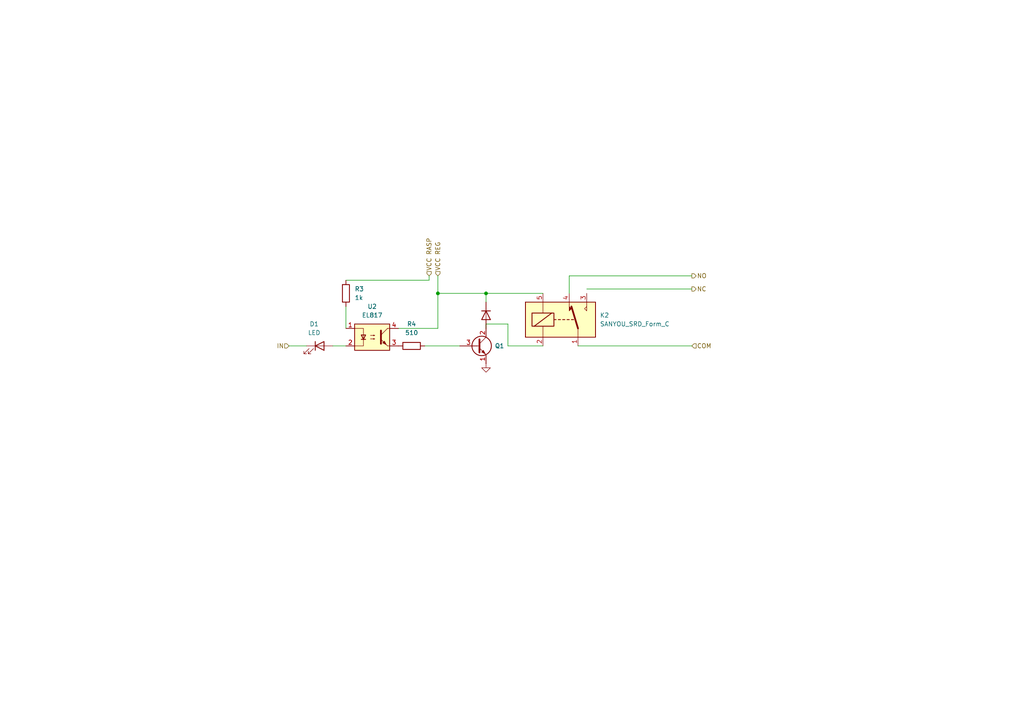
<source format=kicad_sch>
(kicad_sch (version 20231120) (generator "eeschema") (generator_version "8.0")
  (paper "A4")
  (lib_symbols
    (symbol "Device:LED" (pin_numbers hide) (pin_names (offset 1.016) hide)
      (property "Reference" "D" (at 0 2.54 0))
      (property "Value" "LED" (at 0 -2.54 0))
      (symbol "LED_0_1"
        (polyline (pts (xy -1.27 -1.27) (xy -1.27 1.27)) (stroke (width 0.254)))
        (polyline (pts (xy -1.27 0) (xy 1.27 0)))
        (polyline (pts (xy 1.27 -1.27) (xy 1.27 1.27) (xy -1.27 0) (xy 1.27 -1.27)) (stroke (width 0.254)))
        (polyline (pts (xy -3.048 -0.762) (xy -4.572 -2.286) (xy -3.81 -2.286) (xy -4.572 -2.286) (xy -4.572 -1.524)))
        (polyline (pts (xy -1.778 -0.762) (xy -3.302 -2.286) (xy -2.54 -2.286) (xy -3.302 -2.286) (xy -3.302 -1.524)))
      )
      (symbol "LED_1_1"
        (pin passive line (at -3.81 0 0) (length 2.54) (name "K") (number "1"))
        (pin passive line (at 3.81 0 180) (length 2.54) (name "A") (number "2"))
      )
    )
    (symbol "Device:R" (pin_numbers hide) (pin_names (offset 0))
      (property "Reference" "R" (at 2.032 0 90))
      (property "Value" "R" (at 0 0 90))
      (symbol "R_0_1"
        (rectangle (start -1.016 -2.54) (end 1.016 2.54) (stroke (width 0.254)))
      )
      (symbol "R_1_1"
        (pin passive line (at 0 3.81 270) (length 1.27) (name "~") (number "1"))
        (pin passive line (at 0 -3.81 90) (length 1.27) (name "~") (number "2"))
      )
    )
    (symbol "Diode:1N4148WT" (pin_numbers hide) (pin_names hide)
      (property "Reference" "D" (at 0 2.54 0))
      (property "Value" "1N4148WT" (at 0 -2.54 0))
      (symbol "1N4148WT_0_1"
        (polyline (pts (xy -1.27 1.27) (xy -1.27 -1.27)) (stroke (width 0.254)))
        (polyline (pts (xy 1.27 0) (xy -1.27 0)))
        (polyline (pts (xy 1.27 1.27) (xy 1.27 -1.27) (xy -1.27 0) (xy 1.27 1.27)) (stroke (width 0.254)))
      )
      (symbol "1N4148WT_1_1"
        (pin passive line (at -3.81 0 0) (length 2.54) (name "K") (number "1"))
        (pin passive line (at 3.81 0 180) (length 2.54) (name "A") (number "2"))
      )
    )
    (symbol "Isolator:EL817" (pin_names (offset 1.016))
      (property "Reference" "U" (at -5.08 5.08 0))
      (property "Value" "EL817" (at 0 5.08 0))
      (symbol "EL817_0_1"
        (rectangle (start -5.08 3.81) (end 5.08 -3.81) (stroke (width 0.254)) (fill (type background)))
        (polyline (pts (xy -3.175 -0.635) (xy -1.905 -0.635)) (stroke (width 0.254)))
        (polyline (pts (xy 2.54 0.635) (xy 4.445 2.54)))
        (polyline (pts (xy 4.445 -2.54) (xy 2.54 -0.635)) (fill (type outline)))
        (polyline (pts (xy 4.445 -2.54) (xy 5.08 -2.54)))
        (polyline (pts (xy 4.445 2.54) (xy 5.08 2.54)))
        (polyline (pts (xy -5.08 2.54) (xy -2.54 2.54) (xy -2.54 -0.635)))
        (polyline (pts (xy -2.54 -0.635) (xy -2.54 -2.54) (xy -5.08 -2.54)))
        (polyline (pts (xy 2.54 1.905) (xy 2.54 -1.905) (xy 2.54 -1.905)) (stroke (width 0.508)))
        (polyline (pts (xy -2.54 -0.635) (xy -3.175 0.635) (xy -1.905 0.635) (xy -2.54 -0.635)) (stroke (width 0.254)))
        (polyline (pts (xy -0.508 -0.508) (xy 0.762 -0.508) (xy 0.381 -0.635) (xy 0.381 -0.381) (xy 0.762 -0.508)))
        (polyline (pts (xy -0.508 0.508) (xy 0.762 0.508) (xy 0.381 0.381) (xy 0.381 0.635) (xy 0.762 0.508)))
        (polyline (pts (xy 3.048 -1.651) (xy 3.556 -1.143) (xy 4.064 -2.159) (xy 3.048 -1.651) (xy 3.048 -1.651)) (fill (type outline)))
      )
      (symbol "EL817_1_1"
        (pin passive line (at -7.62 2.54 0) (length 2.54) (name "~") (number "1"))
        (pin passive line (at -7.62 -2.54 0) (length 2.54) (name "~") (number "2"))
        (pin passive line (at 7.62 -2.54 180) (length 2.54) (name "~") (number "3"))
        (pin passive line (at 7.62 2.54 180) (length 2.54) (name "~") (number "4"))
      )
    )
    (symbol "Relay:SANYOU_SRD_Form_C"
      (property "Reference" "K" (at 11.43 3.81 0))
      (property "Value" "SANYOU_SRD_Form_C" (at 11.43 1.27 0))
      (symbol "SANYOU_SRD_Form_C_0_0"
        (polyline (pts (xy 7.62 5.08) (xy 7.62 2.54) (xy 6.985 3.175) (xy 7.62 3.81)))
      )
      (symbol "SANYOU_SRD_Form_C_0_1"
        (rectangle (start -10.16 5.08) (end 10.16 -5.08) (stroke (width 0.254)) (fill (type background)))
        (rectangle (start -8.255 1.905) (end -1.905 -1.905) (stroke (width 0.254)))
        (polyline (pts (xy -7.62 -1.905) (xy -2.54 1.905)) (stroke (width 0.254)))
        (polyline (pts (xy -5.08 -5.08) (xy -5.08 -1.905)))
        (polyline (pts (xy -5.08 5.08) (xy -5.08 1.905)))
        (polyline (pts (xy -1.905 0) (xy -1.27 0)) (stroke (width 0.254)))
        (polyline (pts (xy -0.635 0) (xy 0 0)) (stroke (width 0.254)))
        (polyline (pts (xy 0.635 0) (xy 1.27 0)) (stroke (width 0.254)))
        (polyline (pts (xy 1.905 0) (xy 2.54 0)) (stroke (width 0.254)))
        (polyline (pts (xy 3.175 0) (xy 3.81 0)) (stroke (width 0.254)))
        (polyline (pts (xy 5.08 -2.54) (xy 3.175 3.81)) (stroke (width 0.508)))
        (polyline (pts (xy 5.08 -2.54) (xy 5.08 -5.08)))
      )
      (symbol "SANYOU_SRD_Form_C_1_1"
        (polyline (pts (xy 2.54 3.81) (xy 3.175 3.175) (xy 2.54 2.54) (xy 2.54 5.08)) (fill (type outline)))
        (pin passive line (at 5.08 -7.62 90) (length 2.54) (name "~") (number "1"))
        (pin passive line (at -5.08 -7.62 90) (length 2.54) (name "~") (number "2"))
        (pin passive line (at 7.62 7.62 270) (length 2.54) (name "~") (number "3"))
        (pin passive line (at 2.54 7.62 270) (length 2.54) (name "~") (number "4"))
        (pin passive line (at -5.08 7.62 270) (length 2.54) (name "~") (number "5"))
      )
    )
    (symbol "Transistor_BJT:BF457" (pin_names (offset 0) hide)
      (property "Reference" "Q" (at 5.08 1.905 0))
      (property "Value" "BF457" (at 5.08 0 0))
      (symbol "BF457_0_1"
        (polyline (pts (xy 0 0) (xy 0.635 0)))
        (polyline (pts (xy 0.635 0.635) (xy 2.54 2.54)))
        (polyline (pts (xy 0.635 -0.635) (xy 2.54 -2.54) (xy 2.54 -2.54)))
        (polyline (pts (xy 0.635 1.905) (xy 0.635 -1.905) (xy 0.635 -1.905)) (stroke (width 0.508)))
        (polyline (pts (xy 1.27 -1.778) (xy 1.778 -1.27) (xy 2.286 -2.286) (xy 1.27 -1.778) (xy 1.27 -1.778)) (fill (type outline)))
        (circle (center 1.27 0) (radius 2.8194) (stroke (width 0.254)))
      )
      (symbol "BF457_1_1"
        (pin passive line (at 2.54 -5.08 90) (length 2.54) (name "E") (number "1"))
        (pin passive line (at 2.54 5.08 270) (length 2.54) (name "C") (number "2"))
        (pin input line (at -5.08 0 0) (length 5.08) (name "B") (number "3"))
      )
    )
    (symbol "power:GND" (power) (pin_numbers hide) (pin_names (offset 0) hide)
      (property "Value" "GND" (at 0 -3.81 0))
      (symbol "GND_0_1"
        (polyline (pts (xy 0 0) (xy 0 -1.27) (xy 1.27 -1.27) (xy 0 -2.54) (xy -1.27 -1.27) (xy 0 -1.27)))
      )
      (symbol "GND_1_1"
        (pin power_in line (at 0 0 270) (length 0) (name "~") (number "1"))
      )
    )
  )
  (junction (at 140.97 85.09))
  (junction (at 127 85.09))
  (wire (pts (xy 165.1 85.09) (xy 165.1 80.01)))
  (wire (pts (xy 140.97 93.98) (xy 140.97 95.25)))
  (wire (pts (xy 127 80.01) (xy 127 85.09)))
  (wire (pts (xy 133.35 100.33) (xy 123.19 100.33)))
  (wire (pts (xy 83.82 100.33) (xy 88.9 100.33)))
  (wire (pts (xy 157.48 85.09) (xy 140.97 85.09)))
  (wire (pts (xy 157.48 100.33) (xy 147.32 100.33)))
  (wire (pts (xy 124.46 81.28) (xy 124.46 80.01)))
  (wire (pts (xy 140.97 93.98) (xy 147.32 93.98)))
  (wire (pts (xy 165.1 80.01) (xy 200.66 80.01)))
  (wire (pts (xy 127 85.09) (xy 140.97 85.09)))
  (wire (pts (xy 140.97 85.09) (xy 140.97 87.63)))
  (wire (pts (xy 100.33 88.9) (xy 100.33 95.25)))
  (wire (pts (xy 147.32 100.33) (xy 147.32 93.98)))
  (wire (pts (xy 96.52 100.33) (xy 100.33 100.33)))
  (wire (pts (xy 127 95.25) (xy 127 85.09)))
  (wire (pts (xy 167.64 100.33) (xy 200.66 100.33)))
  (wire (pts (xy 170.18 83.82) (xy 200.66 83.82)))
  (wire (pts (xy 115.57 95.25) (xy 127 95.25)))
  (wire (pts (xy 100.33 81.28) (xy 124.46 81.28)))
  (hierarchical_label "NC" (shape output) (at 200.66 83.82 0))
  (hierarchical_label "NO" (shape output) (at 200.66 80.01 0))
  (hierarchical_label "VCC REG" (shape input) (at 127 80.01 90))
  (hierarchical_label "IN" (shape input) (at 83.82 100.33 180))
  (hierarchical_label "COM" (shape input) (at 200.66 100.33 0))
  (hierarchical_label "VCC RASP" (shape input) (at 124.46 80.01 90))
  (symbol (lib_id "Relay:SANYOU_SRD_Form_C") (at 162.56 92.71 0) (unit 1)
    (property "Reference" "K2" (at 173.99 91.4399 0) (effects (justify left)))
    (property "Value" "SANYOU_SRD_Form_C" (at 173.99 93.9799 0) (effects (justify left)))
    (property "Footprint" "Relay_THT:Relay_SPDT_SANYOU_SRD_Series_Form_C" (effects (hide yes)))
    (property "Datasheet" "http://www.sanyourelay.ca/public/products/pdf/SRD.pdf" (effects (hide yes)))
    (property "Description" "Sanyo SRD relay, Single Pole Miniature Power Relay," (effects (hide yes)))
    (instances (project "pcb" (path "" (reference "K2") (unit 1)) (path "" (reference "K5") (unit 1)) (path "" (reference "K1") (unit 1)) (path "" (reference "K10") (unit 1)) (path "" (reference "K9") (unit 1)) (path "" (reference "K6") (unit 1))))
  )
  (symbol (lib_id "Isolator:EL817") (at 107.95 97.79 0) (unit 1)
    (property "Reference" "U2" (at 107.95 88.9 0))
    (property "Value" "EL817" (at 107.95 91.44 0))
    (property "Footprint" "Package_DIP:DIP-4_W7.62mm" (effects (hide yes)))
    (property "Datasheet" "http://www.everlight.com/file/ProductFile/EL817.pdf" (effects (hide yes)))
    (property "Description" "DC Optocoupler, Vce 35V, DIP-4" (effects (hide yes)))
    (instances (project "pcb" (path "" (reference "U2") (unit 1)) (path "" (reference "U6") (unit 1)) (path "" (reference "U3") (unit 1)) (path "" (reference "U11") (unit 1)) (path "" (reference "U10") (unit 1)) (path "" (reference "U7") (unit 1))))
  )
  (symbol (lib_id "Transistor_BJT:BF457") (at 138.43 100.33 0) (unit 1)
    (property "Reference" "Q1" (at 143.51 100.3299 0) (effects (justify left)))
    (property "Value" "BF457" (effects (hide yes)))
    (property "Footprint" "Package_TO_SOT_THT:TO-126-3_Vertical" (effects (hide yes)))
    (property "Datasheet" "https://www.pcpaudio.com/pcpfiles/transistores/BF457-8-9.pdf" (effects (hide yes)))
    (property "Description" "0.1A Ic, 160V Vce, High Voltage NPN Transistor, TO-126" (effects (hide yes)))
    (instances (project "pcb" (path "" (reference "Q1") (unit 1)) (path "" (reference "Q5") (unit 1)) (path "" (reference "Q2") (unit 1)) (path "" (reference "Q10") (unit 1)) (path "" (reference "Q9") (unit 1)) (path "" (reference "Q6") (unit 1))))
  )
  (symbol (lib_id "Device:R") (at 119.38 100.33 90) (unit 1)
    (property "Reference" "R4" (at 119.38 93.98 90))
    (property "Value" "510" (at 119.38 96.52 90))
    (property "Description" "Resistor" (effects (hide yes)))
    (instances (project "pcb" (path "" (reference "R4") (unit 1)) (path "" (reference "R12") (unit 1)) (path "" (reference "R6") (unit 1)) (path "" (reference "R22") (unit 1)) (path "" (reference "R20") (unit 1)) (path "" (reference "R14") (unit 1))))
  )
  (symbol (lib_id "Device:LED") (at 92.71 100.33 0) (unit 1)
    (property "Reference" "D1" (at 91.1225 93.98 0))
    (property "Value" "LED" (at 91.1225 96.52 0))
    (property "Description" "Light emitting diode" (effects (hide yes)))
    (instances (project "pcb" (path "" (reference "D1") (unit 1)) (path "" (reference "D9") (unit 1)) (path "" (reference "D3") (unit 1)) (path "" (reference "D19") (unit 1)) (path "" (reference "D17") (unit 1)) (path "" (reference "D11") (unit 1))))
  )
  (symbol (lib_id "Device:R") (at 100.33 85.09 180) (unit 1)
    (property "Reference" "R3" (at 102.87 83.8199 0) (effects (justify right)))
    (property "Value" "1k" (at 102.87 86.3599 0) (effects (justify right)))
    (property "Description" "Resistor" (effects (hide yes)))
    (instances (project "pcb" (path "" (reference "R3") (unit 1)) (path "" (reference "R11") (unit 1)) (path "" (reference "R5") (unit 1)) (path "" (reference "R21") (unit 1)) (path "" (reference "R19") (unit 1)) (path "" (reference "R13") (unit 1))))
  )
  (symbol (lib_id "power:GND") (at 140.97 105.41 0) (unit 1)
    (property "Reference" "#PWR09" (effects (hide yes)))
    (property "Value" "GND" (effects (hide yes)))
    (property "Description" "Power symbol creates a global label with name \"GND\" , ground" (effects (hide yes)))
    (instances (project "pcb" (path "" (reference "#PWR09") (unit 1)) (path "" (reference "#PWR013") (unit 1)) (path "" (reference "#PWR010") (unit 1)) (path "" (reference "#PWR018") (unit 1)) (path "" (reference "#PWR017") (unit 1)) (path "" (reference "#PWR014") (unit 1))))
  )
  (symbol (lib_id "Diode:1N4148WT") (at 140.97 91.44 270) (unit 1)
    (property "Reference" "D2" (effects (hide yes)))
    (property "Value" "1N4148WT" (effects (hide yes)))
    (property "Footprint" "Diode_SMD:D_SOD-523" (effects (hide yes)))
    (property "Datasheet" "https://www.diodes.com/assets/Datasheets/ds30396.pdf" (effects (hide yes)))
    (property "Description" "75V 0.15A Fast switching Diode, SOD-523" (effects (hide yes)))
    (property "Sim.Device" "D" (effects (hide yes)))
    (property "Sim.Pins" "1=K 2=A" (effects (hide yes)))
    (instances (project "pcb" (path "" (reference "D2") (unit 1)) (path "" (reference "D10") (unit 1)) (path "" (reference "D4") (unit 1)) (path "" (reference "D20") (unit 1)) (path "" (reference "D18") (unit 1)) (path "" (reference "D12") (unit 1))))
  )
)
</source>
